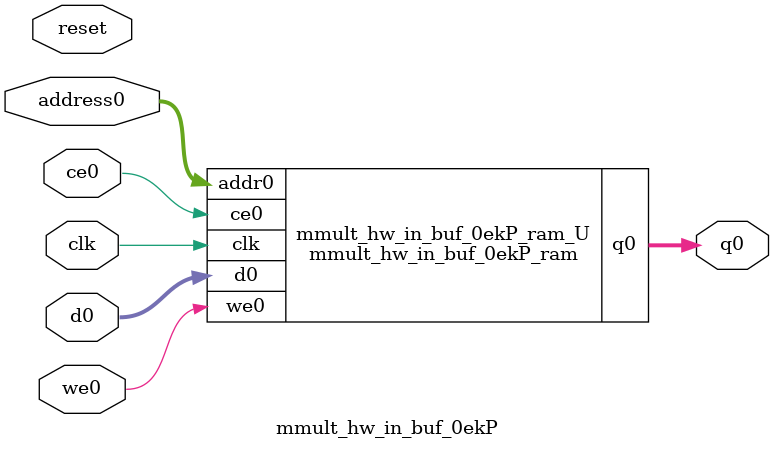
<source format=v>

`timescale 1 ns / 1 ps
module mmult_hw_in_buf_0ekP_ram (addr0, ce0, d0, we0, q0,  clk);

parameter DWIDTH = 8;
parameter AWIDTH = 6;
parameter MEM_SIZE = 64;

input[AWIDTH-1:0] addr0;
input ce0;
input[DWIDTH-1:0] d0;
input we0;
output reg[DWIDTH-1:0] q0;
input clk;

(* ram_style = "distributed" *)reg [DWIDTH-1:0] ram[0:MEM_SIZE-1];




always @(posedge clk)  
begin 
    if (ce0) 
    begin
        if (we0) 
        begin 
            ram[addr0] <= d0; 
            q0 <= d0;
        end 
        else 
            q0 <= ram[addr0];
    end
end


endmodule


`timescale 1 ns / 1 ps
module mmult_hw_in_buf_0ekP(
    reset,
    clk,
    address0,
    ce0,
    we0,
    d0,
    q0);

parameter DataWidth = 32'd8;
parameter AddressRange = 32'd64;
parameter AddressWidth = 32'd6;
input reset;
input clk;
input[AddressWidth - 1:0] address0;
input ce0;
input we0;
input[DataWidth - 1:0] d0;
output[DataWidth - 1:0] q0;



mmult_hw_in_buf_0ekP_ram mmult_hw_in_buf_0ekP_ram_U(
    .clk( clk ),
    .addr0( address0 ),
    .ce0( ce0 ),
    .d0( d0 ),
    .we0( we0 ),
    .q0( q0 ));

endmodule


</source>
